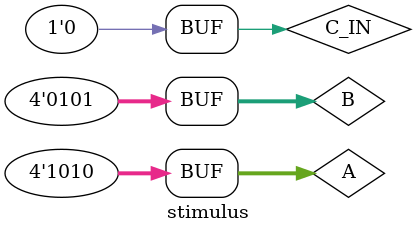
<source format=v>
`timescale 1ns / 1ps


module stimulus;

reg[3:0] A, B;
reg C_IN;
wire[3:0] SUM;
wire C_OUT;

fulladd4 fa1_4(SUM,C_OUT,A,B,C_IN);

initial
begin
    $monitor($time,"A = %b,B= %b, C_IN = %b, ---C_OUT = %b, SUM = %b\n",A,B,C_IN,C_OUT,SUM);
end

initial
begin
    A=4'd0; B=4'd0; C_IN = 1'b0;
    #5 A=4'd3; B=4'd4;
    #5 A=4'd2; B=4'd5;
    #5 A=4'd9; B=4'd9;
    #5 A=4'd10; B=4'd15;
    #5 A=4'd10; B=4'd5; C_IN = 1'b0;
end
endmodule

</source>
